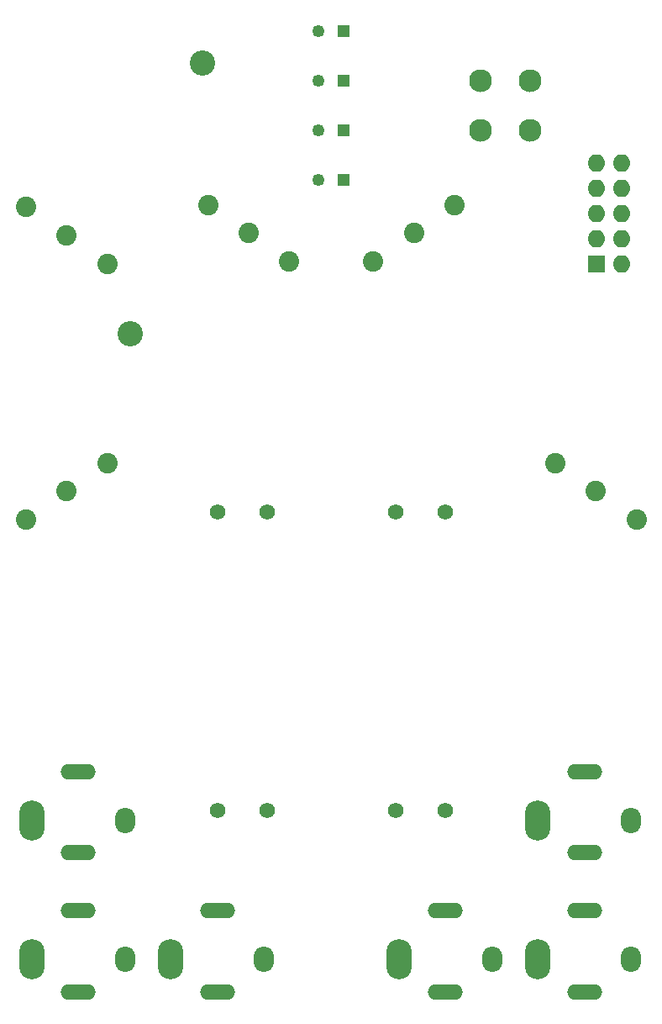
<source format=gts>
G04 #@! TF.FileFunction,Soldermask,Top*
%FSLAX46Y46*%
G04 Gerber Fmt 4.6, Leading zero omitted, Abs format (unit mm)*
G04 Created by KiCad (PCBNEW 4.0.2-stable) date 2018-09-20 2:28:15 PM*
%MOMM*%
G01*
G04 APERTURE LIST*
%ADD10C,0.100000*%
%ADD11C,2.048980*%
%ADD12C,2.300000*%
%ADD13C,2.550000*%
%ADD14R,1.250000X1.250000*%
%ADD15C,1.250000*%
%ADD16O,2.550000X4.050000*%
%ADD17O,2.050000X2.550000*%
%ADD18O,3.550000X1.550000*%
%ADD19R,1.777200X1.777200*%
%ADD20O,1.777200X1.777200*%
%ADD21C,1.574000*%
G04 APERTURE END LIST*
D10*
D11*
X17822777Y-33606433D03*
X21918537Y-36474315D03*
X13727017Y-30738551D03*
D12*
X59500000Y-18000000D03*
X64500000Y-18000000D03*
X64500000Y-23000000D03*
X59500000Y-23000000D03*
D13*
X24250000Y-43500000D03*
X31500000Y-16250000D03*
D14*
X45770000Y-28000000D03*
D15*
X43230000Y-28000000D03*
D14*
X45770000Y-23000000D03*
D15*
X43230000Y-23000000D03*
D14*
X45770000Y-18000000D03*
D15*
X43230000Y-18000000D03*
D14*
X45770000Y-13000000D03*
D15*
X43230000Y-13000000D03*
D11*
X36177223Y-33393567D03*
X32081463Y-30525685D03*
X40272983Y-36261449D03*
X17822777Y-59393567D03*
X13727017Y-62261449D03*
X21918537Y-56525685D03*
X71177223Y-59393567D03*
X67081463Y-56525685D03*
X75272983Y-62261449D03*
X52822777Y-33393567D03*
X48727017Y-36261449D03*
X56918537Y-30525685D03*
D16*
X14300000Y-106500000D03*
D17*
X23700000Y-106500000D03*
D18*
X19000000Y-101600000D03*
X19000000Y-109800000D03*
D16*
X14300000Y-92500000D03*
D17*
X23700000Y-92500000D03*
D18*
X19000000Y-87600000D03*
X19000000Y-95800000D03*
D16*
X65300000Y-92500000D03*
D17*
X74700000Y-92500000D03*
D18*
X70000000Y-87600000D03*
X70000000Y-95800000D03*
D16*
X51300000Y-106500000D03*
D17*
X60700000Y-106500000D03*
D18*
X56000000Y-101600000D03*
X56000000Y-109800000D03*
D16*
X28300000Y-106500000D03*
D17*
X37700000Y-106500000D03*
D18*
X33000000Y-101600000D03*
X33000000Y-109800000D03*
D16*
X65300000Y-106500000D03*
D17*
X74700000Y-106500000D03*
D18*
X70000000Y-101600000D03*
X70000000Y-109800000D03*
D19*
X71250000Y-36500000D03*
D20*
X73790000Y-36500000D03*
X71250000Y-33960000D03*
X73790000Y-33960000D03*
X71250000Y-31420000D03*
X73790000Y-31420000D03*
X71250000Y-28880000D03*
X73790000Y-28880000D03*
X71250000Y-26340000D03*
X73790000Y-26340000D03*
D21*
X51000000Y-61500000D03*
X56000000Y-61500000D03*
X38000000Y-61500000D03*
X33000000Y-61500000D03*
X38000000Y-91500000D03*
X33000000Y-91500000D03*
X51000000Y-91500000D03*
X56000000Y-91500000D03*
M02*

</source>
